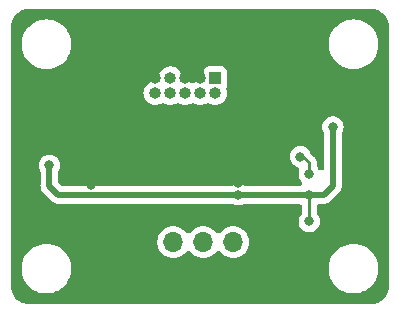
<source format=gbl>
G04 #@! TF.GenerationSoftware,KiCad,Pcbnew,6.0.11-2627ca5db0~126~ubuntu22.04.1*
G04 #@! TF.CreationDate,2023-06-19T15:46:02-07:00*
G04 #@! TF.ProjectId,VL53L1x_pwm,564c3533-4c31-4785-9f70-776d2e6b6963,rev?*
G04 #@! TF.SameCoordinates,Original*
G04 #@! TF.FileFunction,Copper,L2,Bot*
G04 #@! TF.FilePolarity,Positive*
%FSLAX46Y46*%
G04 Gerber Fmt 4.6, Leading zero omitted, Abs format (unit mm)*
G04 Created by KiCad (PCBNEW 6.0.11-2627ca5db0~126~ubuntu22.04.1) date 2023-06-19 15:46:02*
%MOMM*%
%LPD*%
G01*
G04 APERTURE LIST*
G04 #@! TA.AperFunction,ComponentPad*
%ADD10R,1.700000X1.700000*%
G04 #@! TD*
G04 #@! TA.AperFunction,ComponentPad*
%ADD11O,1.700000X1.700000*%
G04 #@! TD*
G04 #@! TA.AperFunction,ComponentPad*
%ADD12R,1.000000X1.000000*%
G04 #@! TD*
G04 #@! TA.AperFunction,ComponentPad*
%ADD13O,1.000000X1.000000*%
G04 #@! TD*
G04 #@! TA.AperFunction,ViaPad*
%ADD14C,0.800000*%
G04 #@! TD*
G04 #@! TA.AperFunction,Conductor*
%ADD15C,0.500000*%
G04 #@! TD*
G04 #@! TA.AperFunction,Conductor*
%ADD16C,0.250000*%
G04 #@! TD*
G04 APERTURE END LIST*
D10*
G04 #@! TO.P,J2,1,Pin_1*
G04 #@! TO.N,GND*
X129200000Y-106250000D03*
D11*
G04 #@! TO.P,J2,2,Pin_2*
G04 #@! TO.N,VCC*
X131740000Y-106250000D03*
G04 #@! TO.P,J2,3,Pin_3*
G04 #@! TO.N,PWMOUT*
X134280000Y-106250000D03*
G04 #@! TO.P,J2,4,Pin_4*
G04 #@! TO.N,INTOUT*
X136820000Y-106250000D03*
G04 #@! TD*
D12*
G04 #@! TO.P,J1,1,Pin_1*
G04 #@! TO.N,+3V3*
X135300000Y-92375000D03*
D13*
G04 #@! TO.P,J1,2,Pin_2*
G04 #@! TO.N,SWDIO*
X135300000Y-93645000D03*
G04 #@! TO.P,J1,3,Pin_3*
G04 #@! TO.N,GND*
X134030000Y-92375000D03*
G04 #@! TO.P,J1,4,Pin_4*
G04 #@! TO.N,SWCLK*
X134030000Y-93645000D03*
G04 #@! TO.P,J1,5,Pin_5*
G04 #@! TO.N,GND*
X132760000Y-92375000D03*
G04 #@! TO.P,J1,6,Pin_6*
G04 #@! TO.N,unconnected-(J1-Pad6)*
X132760000Y-93645000D03*
G04 #@! TO.P,J1,7,Pin_7*
G04 #@! TO.N,unconnected-(J1-Pad7)*
X131490000Y-92375000D03*
G04 #@! TO.P,J1,8,Pin_8*
G04 #@! TO.N,unconnected-(J1-Pad8)*
X131490000Y-93645000D03*
G04 #@! TO.P,J1,9,Pin_9*
G04 #@! TO.N,GND*
X130220000Y-92375000D03*
G04 #@! TO.P,J1,10,Pin_10*
G04 #@! TO.N,RST*
X130220000Y-93645000D03*
G04 #@! TD*
D14*
G04 #@! TO.N,GND*
X137250000Y-101250000D03*
X119000000Y-97500000D03*
X140000000Y-100750000D03*
X124750000Y-101400500D03*
G04 #@! TO.N,+1V8*
X145250000Y-96500000D03*
X143250000Y-102250000D03*
X143250000Y-104500000D03*
X121250000Y-99750000D03*
X137250000Y-102250000D03*
G04 #@! TO.N,SDA*
X142508781Y-99010732D03*
X143250000Y-100500000D03*
G04 #@! TD*
D15*
G04 #@! TO.N,+1V8*
X143250000Y-102250000D02*
X144500000Y-102250000D01*
X144500000Y-102250000D02*
X145250000Y-101500000D01*
X142000000Y-102250000D02*
X143250000Y-102250000D01*
X122000000Y-102250000D02*
X137250000Y-102250000D01*
D16*
X143250000Y-104500000D02*
X143250000Y-102250000D01*
D15*
X121250000Y-101500000D02*
X122000000Y-102250000D01*
X121250000Y-99750000D02*
X121250000Y-101500000D01*
X137250000Y-102250000D02*
X142000000Y-102250000D01*
X145250000Y-101500000D02*
X145250000Y-96500000D01*
D16*
G04 #@! TO.N,SDA*
X143250000Y-99500000D02*
X142760732Y-99010732D01*
X142760732Y-99010732D02*
X142508781Y-99010732D01*
X143250000Y-100500000D02*
X143250000Y-99500000D01*
G04 #@! TD*
G04 #@! TA.AperFunction,Conductor*
G04 #@! TO.N,GND*
G36*
X148471795Y-86502826D02*
G01*
X148476302Y-86502881D01*
X148493823Y-86505609D01*
X148511409Y-86503310D01*
X148529147Y-86503526D01*
X148529137Y-86504320D01*
X148546358Y-86503816D01*
X148695639Y-86514493D01*
X148730802Y-86519549D01*
X148905058Y-86557455D01*
X148939147Y-86567465D01*
X149106228Y-86629783D01*
X149138537Y-86644537D01*
X149295069Y-86730010D01*
X149324945Y-86749210D01*
X149440663Y-86835836D01*
X149467704Y-86856079D01*
X149494553Y-86879343D01*
X149620657Y-87005447D01*
X149643921Y-87032296D01*
X149750787Y-87175051D01*
X149769990Y-87204931D01*
X149855460Y-87361457D01*
X149870217Y-87393772D01*
X149932535Y-87560852D01*
X149942545Y-87594941D01*
X149980451Y-87769196D01*
X149985507Y-87804360D01*
X149996477Y-87957735D01*
X149997041Y-87976804D01*
X149994391Y-87993823D01*
X149997398Y-88016818D01*
X149999500Y-88049104D01*
X149999500Y-109941739D01*
X149997174Y-109971795D01*
X149997119Y-109976302D01*
X149994391Y-109993823D01*
X149996690Y-110011409D01*
X149996474Y-110029147D01*
X149995680Y-110029137D01*
X149996184Y-110046358D01*
X149985507Y-110195639D01*
X149980451Y-110230802D01*
X149942545Y-110405058D01*
X149932535Y-110439148D01*
X149870217Y-110606228D01*
X149855463Y-110638537D01*
X149769990Y-110795069D01*
X149750787Y-110824949D01*
X149643921Y-110967704D01*
X149620657Y-110994553D01*
X149494553Y-111120657D01*
X149467704Y-111143921D01*
X149324945Y-111250790D01*
X149295069Y-111269990D01*
X149138537Y-111355463D01*
X149106228Y-111370217D01*
X148964600Y-111423042D01*
X148939148Y-111432535D01*
X148905061Y-111442545D01*
X148847502Y-111455065D01*
X148730804Y-111480451D01*
X148695640Y-111485507D01*
X148542265Y-111496477D01*
X148523196Y-111497041D01*
X148506177Y-111494391D01*
X148483182Y-111497398D01*
X148450896Y-111499500D01*
X119558261Y-111499500D01*
X119528205Y-111497174D01*
X119523698Y-111497119D01*
X119506177Y-111494391D01*
X119488591Y-111496690D01*
X119470853Y-111496474D01*
X119470863Y-111495680D01*
X119453642Y-111496184D01*
X119304361Y-111485507D01*
X119269198Y-111480451D01*
X119094942Y-111442545D01*
X119060852Y-111432535D01*
X119035401Y-111423042D01*
X118893772Y-111370217D01*
X118861463Y-111355463D01*
X118704931Y-111269990D01*
X118675055Y-111250790D01*
X118532296Y-111143921D01*
X118505447Y-111120657D01*
X118379343Y-110994553D01*
X118356079Y-110967704D01*
X118249213Y-110824949D01*
X118230010Y-110795069D01*
X118144537Y-110638537D01*
X118129783Y-110606228D01*
X118067465Y-110439148D01*
X118057455Y-110405058D01*
X118019549Y-110230802D01*
X118014493Y-110195639D01*
X118004309Y-110053255D01*
X118004632Y-110017490D01*
X118005496Y-110012354D01*
X118005647Y-110000000D01*
X118003015Y-109981620D01*
X118000500Y-109946323D01*
X118000500Y-108632200D01*
X118898747Y-108632200D01*
X118936129Y-108916149D01*
X119011702Y-109192398D01*
X119124068Y-109455835D01*
X119128422Y-109463110D01*
X119128423Y-109463112D01*
X119140116Y-109482650D01*
X119271146Y-109701585D01*
X119450215Y-109925100D01*
X119657962Y-110122245D01*
X119890543Y-110289371D01*
X120143653Y-110423386D01*
X120412610Y-110521810D01*
X120420883Y-110523614D01*
X120420887Y-110523615D01*
X120684147Y-110581015D01*
X120684151Y-110581016D01*
X120692436Y-110582822D01*
X120700887Y-110583487D01*
X120700893Y-110583488D01*
X120800698Y-110591343D01*
X120917053Y-110600500D01*
X121071992Y-110600500D01*
X121196517Y-110592011D01*
X121277278Y-110586505D01*
X121277283Y-110586504D01*
X121285737Y-110585928D01*
X121294031Y-110584210D01*
X121294034Y-110584210D01*
X121557890Y-110529568D01*
X121566186Y-110527850D01*
X121836158Y-110432248D01*
X121843679Y-110428366D01*
X121843684Y-110428364D01*
X121955411Y-110370697D01*
X122090658Y-110300891D01*
X122324976Y-110136209D01*
X122471555Y-110000000D01*
X122483993Y-109988442D01*
X122534776Y-109941251D01*
X122578855Y-109887397D01*
X122710806Y-109726186D01*
X122710811Y-109726179D01*
X122716177Y-109719623D01*
X122865820Y-109475427D01*
X122980938Y-109213182D01*
X122986859Y-109192398D01*
X123057080Y-108945882D01*
X123059400Y-108937739D01*
X123099754Y-108654196D01*
X123099869Y-108632200D01*
X144898747Y-108632200D01*
X144936129Y-108916149D01*
X145011702Y-109192398D01*
X145124068Y-109455835D01*
X145128422Y-109463110D01*
X145128423Y-109463112D01*
X145140116Y-109482650D01*
X145271146Y-109701585D01*
X145450215Y-109925100D01*
X145657962Y-110122245D01*
X145890543Y-110289371D01*
X146143653Y-110423386D01*
X146412610Y-110521810D01*
X146420883Y-110523614D01*
X146420887Y-110523615D01*
X146684147Y-110581015D01*
X146684151Y-110581016D01*
X146692436Y-110582822D01*
X146700887Y-110583487D01*
X146700893Y-110583488D01*
X146800698Y-110591343D01*
X146917053Y-110600500D01*
X147071992Y-110600500D01*
X147196517Y-110592011D01*
X147277278Y-110586505D01*
X147277283Y-110586504D01*
X147285737Y-110585928D01*
X147294031Y-110584210D01*
X147294034Y-110584210D01*
X147557890Y-110529568D01*
X147566186Y-110527850D01*
X147836158Y-110432248D01*
X147843679Y-110428366D01*
X147843684Y-110428364D01*
X147955411Y-110370697D01*
X148090658Y-110300891D01*
X148324976Y-110136209D01*
X148471555Y-110000000D01*
X148483993Y-109988442D01*
X148534776Y-109941251D01*
X148578855Y-109887397D01*
X148710806Y-109726186D01*
X148710811Y-109726179D01*
X148716177Y-109719623D01*
X148865820Y-109475427D01*
X148980938Y-109213182D01*
X148986859Y-109192398D01*
X149057080Y-108945882D01*
X149059400Y-108937739D01*
X149099754Y-108654196D01*
X149101253Y-108367800D01*
X149063871Y-108083851D01*
X148988298Y-107807602D01*
X148875932Y-107544165D01*
X148864207Y-107524573D01*
X148733211Y-107305695D01*
X148728854Y-107298415D01*
X148549785Y-107074900D01*
X148342038Y-106877755D01*
X148109457Y-106710629D01*
X147856347Y-106576614D01*
X147587390Y-106478190D01*
X147579117Y-106476386D01*
X147579113Y-106476385D01*
X147315853Y-106418985D01*
X147315849Y-106418984D01*
X147307564Y-106417178D01*
X147299113Y-106416513D01*
X147299107Y-106416512D01*
X147199302Y-106408657D01*
X147082947Y-106399500D01*
X146928008Y-106399500D01*
X146803483Y-106407989D01*
X146722722Y-106413495D01*
X146722717Y-106413496D01*
X146714263Y-106414072D01*
X146705969Y-106415790D01*
X146705966Y-106415790D01*
X146457041Y-106467340D01*
X146433814Y-106472150D01*
X146163842Y-106567752D01*
X146156321Y-106571634D01*
X146156316Y-106571636D01*
X146044589Y-106629303D01*
X145909342Y-106699109D01*
X145675024Y-106863791D01*
X145668813Y-106869562D01*
X145668810Y-106869565D01*
X145550315Y-106979678D01*
X145465224Y-107058749D01*
X145459850Y-107065315D01*
X145289194Y-107273814D01*
X145289189Y-107273821D01*
X145283823Y-107280377D01*
X145134180Y-107524573D01*
X145019062Y-107786818D01*
X145016742Y-107794961D01*
X145016741Y-107794965D01*
X145010813Y-107815777D01*
X144940600Y-108062261D01*
X144900246Y-108345804D01*
X144898747Y-108632200D01*
X123099869Y-108632200D01*
X123101253Y-108367800D01*
X123063871Y-108083851D01*
X122988298Y-107807602D01*
X122875932Y-107544165D01*
X122864207Y-107524573D01*
X122733211Y-107305695D01*
X122728854Y-107298415D01*
X122549785Y-107074900D01*
X122342038Y-106877755D01*
X122109457Y-106710629D01*
X121856347Y-106576614D01*
X121587390Y-106478190D01*
X121579117Y-106476386D01*
X121579113Y-106476385D01*
X121315853Y-106418985D01*
X121315849Y-106418984D01*
X121307564Y-106417178D01*
X121299113Y-106416513D01*
X121299107Y-106416512D01*
X121199302Y-106408657D01*
X121082947Y-106399500D01*
X120928008Y-106399500D01*
X120803483Y-106407989D01*
X120722722Y-106413495D01*
X120722717Y-106413496D01*
X120714263Y-106414072D01*
X120705969Y-106415790D01*
X120705966Y-106415790D01*
X120457041Y-106467340D01*
X120433814Y-106472150D01*
X120163842Y-106567752D01*
X120156321Y-106571634D01*
X120156316Y-106571636D01*
X120044589Y-106629303D01*
X119909342Y-106699109D01*
X119675024Y-106863791D01*
X119668813Y-106869562D01*
X119668810Y-106869565D01*
X119550315Y-106979678D01*
X119465224Y-107058749D01*
X119459850Y-107065315D01*
X119289194Y-107273814D01*
X119289189Y-107273821D01*
X119283823Y-107280377D01*
X119134180Y-107524573D01*
X119019062Y-107786818D01*
X119016742Y-107794961D01*
X119016741Y-107794965D01*
X119010813Y-107815777D01*
X118940600Y-108062261D01*
X118900246Y-108345804D01*
X118898747Y-108632200D01*
X118000500Y-108632200D01*
X118000500Y-106250000D01*
X130384341Y-106250000D01*
X130385289Y-106260835D01*
X130398968Y-106417178D01*
X130404937Y-106485408D01*
X130466097Y-106713663D01*
X130470691Y-106723516D01*
X130470693Y-106723520D01*
X130542615Y-106877755D01*
X130565965Y-106927829D01*
X130701505Y-107121401D01*
X130868599Y-107288495D01*
X130877497Y-107294725D01*
X130877500Y-107294728D01*
X130882766Y-107298415D01*
X131062170Y-107424035D01*
X131072015Y-107428626D01*
X131072017Y-107428627D01*
X131148945Y-107464499D01*
X131276337Y-107523903D01*
X131286835Y-107526716D01*
X131286838Y-107526717D01*
X131381078Y-107551968D01*
X131504592Y-107585063D01*
X131515425Y-107586011D01*
X131515426Y-107586011D01*
X131729165Y-107604711D01*
X131740000Y-107605659D01*
X131750835Y-107604711D01*
X131964574Y-107586011D01*
X131964575Y-107586011D01*
X131975408Y-107585063D01*
X132098922Y-107551968D01*
X132193162Y-107526717D01*
X132193165Y-107526716D01*
X132203663Y-107523903D01*
X132331055Y-107464499D01*
X132407983Y-107428627D01*
X132407985Y-107428626D01*
X132417830Y-107424035D01*
X132597234Y-107298415D01*
X132602500Y-107294728D01*
X132602503Y-107294725D01*
X132611401Y-107288495D01*
X132778495Y-107121401D01*
X132806032Y-107082074D01*
X132876211Y-107014891D01*
X132966760Y-106979678D01*
X133063892Y-106981797D01*
X133152819Y-107020925D01*
X133213968Y-107082074D01*
X133241505Y-107121401D01*
X133408599Y-107288495D01*
X133417497Y-107294725D01*
X133417500Y-107294728D01*
X133422766Y-107298415D01*
X133602170Y-107424035D01*
X133612015Y-107428626D01*
X133612017Y-107428627D01*
X133688945Y-107464499D01*
X133816337Y-107523903D01*
X133826835Y-107526716D01*
X133826838Y-107526717D01*
X133921078Y-107551968D01*
X134044592Y-107585063D01*
X134055425Y-107586011D01*
X134055426Y-107586011D01*
X134269165Y-107604711D01*
X134280000Y-107605659D01*
X134290835Y-107604711D01*
X134504574Y-107586011D01*
X134504575Y-107586011D01*
X134515408Y-107585063D01*
X134638922Y-107551968D01*
X134733162Y-107526717D01*
X134733165Y-107526716D01*
X134743663Y-107523903D01*
X134871055Y-107464499D01*
X134947983Y-107428627D01*
X134947985Y-107428626D01*
X134957830Y-107424035D01*
X135137234Y-107298415D01*
X135142500Y-107294728D01*
X135142503Y-107294725D01*
X135151401Y-107288495D01*
X135318495Y-107121401D01*
X135346032Y-107082074D01*
X135416211Y-107014891D01*
X135506760Y-106979678D01*
X135603892Y-106981797D01*
X135692819Y-107020925D01*
X135753968Y-107082074D01*
X135781505Y-107121401D01*
X135948599Y-107288495D01*
X135957497Y-107294725D01*
X135957500Y-107294728D01*
X135962766Y-107298415D01*
X136142170Y-107424035D01*
X136152015Y-107428626D01*
X136152017Y-107428627D01*
X136228945Y-107464499D01*
X136356337Y-107523903D01*
X136366835Y-107526716D01*
X136366838Y-107526717D01*
X136461078Y-107551968D01*
X136584592Y-107585063D01*
X136595425Y-107586011D01*
X136595426Y-107586011D01*
X136809165Y-107604711D01*
X136820000Y-107605659D01*
X136830835Y-107604711D01*
X137044574Y-107586011D01*
X137044575Y-107586011D01*
X137055408Y-107585063D01*
X137178922Y-107551968D01*
X137273162Y-107526717D01*
X137273165Y-107526716D01*
X137283663Y-107523903D01*
X137411055Y-107464499D01*
X137487983Y-107428627D01*
X137487985Y-107428626D01*
X137497830Y-107424035D01*
X137677234Y-107298415D01*
X137682500Y-107294728D01*
X137682503Y-107294725D01*
X137691401Y-107288495D01*
X137858495Y-107121401D01*
X137994035Y-106927829D01*
X138017385Y-106877755D01*
X138089307Y-106723520D01*
X138089309Y-106723516D01*
X138093903Y-106713663D01*
X138155063Y-106485408D01*
X138161033Y-106417178D01*
X138174711Y-106260835D01*
X138175659Y-106250000D01*
X138155063Y-106014592D01*
X138093903Y-105786337D01*
X137994035Y-105572171D01*
X137858495Y-105378599D01*
X137691401Y-105211505D01*
X137682503Y-105205275D01*
X137682500Y-105205272D01*
X137506729Y-105082196D01*
X137506728Y-105082195D01*
X137497830Y-105075965D01*
X137487985Y-105071374D01*
X137487983Y-105071373D01*
X137379762Y-105020909D01*
X137283663Y-104976097D01*
X137273165Y-104973284D01*
X137273162Y-104973283D01*
X137169536Y-104945517D01*
X137055408Y-104914937D01*
X137044575Y-104913989D01*
X137044574Y-104913989D01*
X136830835Y-104895289D01*
X136820000Y-104894341D01*
X136809165Y-104895289D01*
X136595426Y-104913989D01*
X136595425Y-104913989D01*
X136584592Y-104914937D01*
X136356337Y-104976097D01*
X136346484Y-104980691D01*
X136346480Y-104980693D01*
X136152027Y-105071369D01*
X136142171Y-105075965D01*
X135948599Y-105211505D01*
X135781505Y-105378599D01*
X135753968Y-105417926D01*
X135683789Y-105485109D01*
X135593240Y-105520322D01*
X135496108Y-105518203D01*
X135407181Y-105479075D01*
X135346032Y-105417926D01*
X135318495Y-105378599D01*
X135151401Y-105211505D01*
X135142503Y-105205275D01*
X135142500Y-105205272D01*
X134966729Y-105082196D01*
X134966728Y-105082195D01*
X134957830Y-105075965D01*
X134947985Y-105071374D01*
X134947983Y-105071373D01*
X134839762Y-105020909D01*
X134743663Y-104976097D01*
X134733165Y-104973284D01*
X134733162Y-104973283D01*
X134629536Y-104945517D01*
X134515408Y-104914937D01*
X134504575Y-104913989D01*
X134504574Y-104913989D01*
X134290835Y-104895289D01*
X134280000Y-104894341D01*
X134269165Y-104895289D01*
X134055426Y-104913989D01*
X134055425Y-104913989D01*
X134044592Y-104914937D01*
X133816337Y-104976097D01*
X133806484Y-104980691D01*
X133806480Y-104980693D01*
X133612027Y-105071369D01*
X133602171Y-105075965D01*
X133408599Y-105211505D01*
X133241505Y-105378599D01*
X133213968Y-105417926D01*
X133143789Y-105485109D01*
X133053240Y-105520322D01*
X132956108Y-105518203D01*
X132867181Y-105479075D01*
X132806032Y-105417926D01*
X132778495Y-105378599D01*
X132611401Y-105211505D01*
X132602503Y-105205275D01*
X132602500Y-105205272D01*
X132426729Y-105082196D01*
X132426728Y-105082195D01*
X132417830Y-105075965D01*
X132407985Y-105071374D01*
X132407983Y-105071373D01*
X132299762Y-105020909D01*
X132203663Y-104976097D01*
X132193165Y-104973284D01*
X132193162Y-104973283D01*
X132089536Y-104945517D01*
X131975408Y-104914937D01*
X131964575Y-104913989D01*
X131964574Y-104913989D01*
X131750835Y-104895289D01*
X131740000Y-104894341D01*
X131729165Y-104895289D01*
X131515426Y-104913989D01*
X131515425Y-104913989D01*
X131504592Y-104914937D01*
X131276337Y-104976097D01*
X131266484Y-104980691D01*
X131266480Y-104980693D01*
X131072027Y-105071369D01*
X131062171Y-105075965D01*
X130868599Y-105211505D01*
X130701505Y-105378599D01*
X130565965Y-105572171D01*
X130466097Y-105786337D01*
X130404937Y-106014592D01*
X130384341Y-106250000D01*
X118000500Y-106250000D01*
X118000500Y-99750000D01*
X120344540Y-99750000D01*
X120364326Y-99938256D01*
X120368357Y-99950664D01*
X120368358Y-99950666D01*
X120373920Y-99967784D01*
X120422821Y-100118284D01*
X120466142Y-100193319D01*
X120497370Y-100285314D01*
X120499500Y-100317815D01*
X120499500Y-101424244D01*
X120497182Y-101454894D01*
X120497027Y-101459332D01*
X120494852Y-101473630D01*
X120496783Y-101497370D01*
X120498680Y-101520695D01*
X120499033Y-101529386D01*
X120499081Y-101529383D01*
X120499500Y-101536596D01*
X120499500Y-101543822D01*
X120500336Y-101550996D01*
X120500337Y-101551006D01*
X120502508Y-101569629D01*
X120503363Y-101578275D01*
X120509039Y-101648059D01*
X120513122Y-101660663D01*
X120514657Y-101673828D01*
X120519591Y-101687422D01*
X120519593Y-101687429D01*
X120538565Y-101739697D01*
X120541387Y-101747914D01*
X120544174Y-101756516D01*
X120562973Y-101814546D01*
X120569848Y-101825875D01*
X120574369Y-101838331D01*
X120612796Y-101896942D01*
X120617413Y-101904261D01*
X120653761Y-101964160D01*
X120661085Y-101972452D01*
X120663797Y-101975164D01*
X120664735Y-101976162D01*
X120670323Y-101984685D01*
X120704035Y-102016621D01*
X120724700Y-102036197D01*
X120729527Y-102040894D01*
X121415750Y-102727117D01*
X121435777Y-102750421D01*
X121438806Y-102753670D01*
X121447383Y-102765324D01*
X121458407Y-102774689D01*
X121458411Y-102774694D01*
X121483379Y-102795906D01*
X121489759Y-102801788D01*
X121489791Y-102801752D01*
X121495197Y-102806564D01*
X121500303Y-102811670D01*
X121520665Y-102827780D01*
X121527352Y-102833263D01*
X121580755Y-102878632D01*
X121592555Y-102884657D01*
X121602949Y-102892881D01*
X121616058Y-102899008D01*
X121616065Y-102899012D01*
X121666425Y-102922549D01*
X121674232Y-102926365D01*
X121723725Y-102951637D01*
X121723728Y-102951638D01*
X121736616Y-102958219D01*
X121749490Y-102961369D01*
X121761493Y-102966979D01*
X121775656Y-102969925D01*
X121830058Y-102981241D01*
X121838530Y-102983158D01*
X121893618Y-102996637D01*
X121906606Y-102999815D01*
X121917648Y-103000500D01*
X121921492Y-103000500D01*
X121922855Y-103000542D01*
X121932830Y-103002617D01*
X121947287Y-103002226D01*
X121947289Y-103002226D01*
X122007714Y-103000591D01*
X122014448Y-103000500D01*
X136674994Y-103000500D01*
X136770282Y-103019454D01*
X136791324Y-103029831D01*
X136797270Y-103034151D01*
X136809188Y-103039457D01*
X136809191Y-103039459D01*
X136866493Y-103064972D01*
X136970197Y-103111144D01*
X137155354Y-103150500D01*
X137344646Y-103150500D01*
X137529803Y-103111144D01*
X137633507Y-103064972D01*
X137690809Y-103039459D01*
X137690812Y-103039457D01*
X137702730Y-103034151D01*
X137705433Y-103032187D01*
X137792507Y-103002630D01*
X137825006Y-103000500D01*
X142375500Y-103000500D01*
X142470788Y-103019454D01*
X142551570Y-103073430D01*
X142605546Y-103154212D01*
X142624500Y-103249500D01*
X142624500Y-103753329D01*
X142605546Y-103848617D01*
X142560544Y-103919942D01*
X142517467Y-103967784D01*
X142422821Y-104131716D01*
X142364326Y-104311744D01*
X142344540Y-104500000D01*
X142364326Y-104688256D01*
X142422821Y-104868284D01*
X142517467Y-105032216D01*
X142526197Y-105041912D01*
X142526201Y-105041917D01*
X142635401Y-105163195D01*
X142644129Y-105172888D01*
X142654678Y-105180552D01*
X142654681Y-105180555D01*
X142786714Y-105276482D01*
X142797270Y-105284151D01*
X142809189Y-105289458D01*
X142809193Y-105289460D01*
X142876007Y-105319207D01*
X142970197Y-105361144D01*
X143155354Y-105400500D01*
X143344646Y-105400500D01*
X143529803Y-105361144D01*
X143623993Y-105319207D01*
X143690807Y-105289460D01*
X143690811Y-105289458D01*
X143702730Y-105284151D01*
X143713286Y-105276482D01*
X143845319Y-105180555D01*
X143845322Y-105180552D01*
X143855871Y-105172888D01*
X143864599Y-105163195D01*
X143973799Y-105041917D01*
X143973803Y-105041912D01*
X143982533Y-105032216D01*
X144077179Y-104868284D01*
X144135674Y-104688256D01*
X144155460Y-104500000D01*
X144135674Y-104311744D01*
X144077179Y-104131716D01*
X143982533Y-103967784D01*
X143939456Y-103919942D01*
X143889782Y-103836446D01*
X143875500Y-103753329D01*
X143875500Y-103249500D01*
X143894454Y-103154212D01*
X143948430Y-103073430D01*
X144029212Y-103019454D01*
X144124500Y-103000500D01*
X144424244Y-103000500D01*
X144454894Y-103002818D01*
X144459332Y-103002973D01*
X144473630Y-103005148D01*
X144520695Y-103001320D01*
X144529386Y-103000967D01*
X144529383Y-103000919D01*
X144536596Y-103000500D01*
X144543822Y-103000500D01*
X144550996Y-102999664D01*
X144551006Y-102999663D01*
X144569629Y-102997492D01*
X144578275Y-102996637D01*
X144633642Y-102992134D01*
X144633646Y-102992133D01*
X144648059Y-102990961D01*
X144660663Y-102986878D01*
X144673828Y-102985343D01*
X144687422Y-102980409D01*
X144687429Y-102980407D01*
X144739697Y-102961435D01*
X144747914Y-102958613D01*
X144769447Y-102951637D01*
X144814546Y-102937027D01*
X144825875Y-102930152D01*
X144838331Y-102925631D01*
X144896942Y-102887204D01*
X144904261Y-102882587D01*
X144954675Y-102851995D01*
X144954677Y-102851993D01*
X144964160Y-102846239D01*
X144972452Y-102838915D01*
X144975164Y-102836203D01*
X144976162Y-102835265D01*
X144984685Y-102829677D01*
X145036197Y-102775300D01*
X145040894Y-102770473D01*
X145727117Y-102084250D01*
X145750421Y-102064223D01*
X145753670Y-102061194D01*
X145765324Y-102052617D01*
X145774689Y-102041593D01*
X145774694Y-102041589D01*
X145795906Y-102016621D01*
X145801788Y-102010241D01*
X145801752Y-102010209D01*
X145806564Y-102004803D01*
X145811670Y-101999697D01*
X145827780Y-101979335D01*
X145833270Y-101972639D01*
X145834095Y-101971668D01*
X145878632Y-101919245D01*
X145884657Y-101907445D01*
X145892881Y-101897051D01*
X145899008Y-101883942D01*
X145899012Y-101883935D01*
X145922549Y-101833575D01*
X145926365Y-101825768D01*
X145951637Y-101776275D01*
X145951638Y-101776272D01*
X145958219Y-101763384D01*
X145961369Y-101750510D01*
X145966979Y-101738507D01*
X145969925Y-101724344D01*
X145981241Y-101669942D01*
X145983158Y-101661470D01*
X145997178Y-101604171D01*
X145999815Y-101593394D01*
X146000500Y-101582352D01*
X146000500Y-101578508D01*
X146000542Y-101577145D01*
X146002617Y-101567170D01*
X146001633Y-101530777D01*
X146000591Y-101492286D01*
X146000500Y-101485552D01*
X146000500Y-97067815D01*
X146019454Y-96972527D01*
X146033854Y-96943325D01*
X146077179Y-96868284D01*
X146135674Y-96688256D01*
X146155460Y-96500000D01*
X146135674Y-96311744D01*
X146077179Y-96131716D01*
X145982533Y-95967784D01*
X145973803Y-95958088D01*
X145973799Y-95958083D01*
X145864599Y-95836805D01*
X145864597Y-95836803D01*
X145855871Y-95827112D01*
X145845322Y-95819448D01*
X145845319Y-95819445D01*
X145713286Y-95723518D01*
X145713284Y-95723517D01*
X145702730Y-95715849D01*
X145690811Y-95710542D01*
X145690807Y-95710540D01*
X145623993Y-95680793D01*
X145529803Y-95638856D01*
X145344646Y-95599500D01*
X145155354Y-95599500D01*
X144970197Y-95638856D01*
X144876007Y-95680793D01*
X144809193Y-95710540D01*
X144809189Y-95710542D01*
X144797270Y-95715849D01*
X144786716Y-95723517D01*
X144786714Y-95723518D01*
X144654681Y-95819445D01*
X144654678Y-95819448D01*
X144644129Y-95827112D01*
X144635403Y-95836803D01*
X144635401Y-95836805D01*
X144526201Y-95958083D01*
X144526197Y-95958088D01*
X144517467Y-95967784D01*
X144422821Y-96131716D01*
X144364326Y-96311744D01*
X144344540Y-96500000D01*
X144364326Y-96688256D01*
X144422821Y-96868284D01*
X144466142Y-96943319D01*
X144497370Y-97035314D01*
X144499500Y-97067815D01*
X144499500Y-99933917D01*
X144480546Y-100029205D01*
X144426570Y-100109987D01*
X144345788Y-100163963D01*
X144250500Y-100182917D01*
X144155212Y-100163963D01*
X144074430Y-100109987D01*
X144034860Y-100058417D01*
X143989061Y-99979091D01*
X143982533Y-99967784D01*
X143952039Y-99933917D01*
X143939456Y-99919942D01*
X143889782Y-99836446D01*
X143875500Y-99753329D01*
X143875500Y-99573187D01*
X143875747Y-99567943D01*
X143877672Y-99559332D01*
X143875623Y-99494118D01*
X143875500Y-99486298D01*
X143875500Y-99460650D01*
X143874520Y-99452896D01*
X143874381Y-99450679D01*
X143874013Y-99442871D01*
X143873201Y-99417034D01*
X143872709Y-99401372D01*
X143868337Y-99386325D01*
X143866910Y-99377313D01*
X143864895Y-99367580D01*
X143862627Y-99358748D01*
X143860664Y-99343208D01*
X143846750Y-99308066D01*
X143839158Y-99285893D01*
X143828617Y-99249610D01*
X143820643Y-99236126D01*
X143817026Y-99227767D01*
X143812633Y-99218799D01*
X143808252Y-99210830D01*
X143802486Y-99196268D01*
X143793279Y-99183596D01*
X143793276Y-99183590D01*
X143780281Y-99165704D01*
X143767402Y-99146098D01*
X143756147Y-99127067D01*
X143756146Y-99127065D01*
X143748170Y-99113579D01*
X143737093Y-99102502D01*
X143731509Y-99095303D01*
X143725040Y-99087729D01*
X143718800Y-99081084D01*
X143709594Y-99068413D01*
X143697528Y-99058431D01*
X143697525Y-99058428D01*
X143680497Y-99044342D01*
X143663145Y-99028554D01*
X143406589Y-98771998D01*
X143352613Y-98691216D01*
X143345847Y-98672875D01*
X143339996Y-98654868D01*
X143339993Y-98654861D01*
X143335960Y-98642448D01*
X143241314Y-98478516D01*
X143232584Y-98468820D01*
X143232580Y-98468815D01*
X143123380Y-98347537D01*
X143123378Y-98347535D01*
X143114652Y-98337844D01*
X143104103Y-98330180D01*
X143104100Y-98330177D01*
X142972067Y-98234250D01*
X142972065Y-98234249D01*
X142961511Y-98226581D01*
X142949592Y-98221274D01*
X142949588Y-98221272D01*
X142882774Y-98191525D01*
X142788584Y-98149588D01*
X142603427Y-98110232D01*
X142414135Y-98110232D01*
X142228978Y-98149588D01*
X142134788Y-98191525D01*
X142067974Y-98221272D01*
X142067970Y-98221274D01*
X142056051Y-98226581D01*
X142045497Y-98234249D01*
X142045495Y-98234250D01*
X141913462Y-98330177D01*
X141913459Y-98330180D01*
X141902910Y-98337844D01*
X141894184Y-98347535D01*
X141894182Y-98347537D01*
X141784982Y-98468815D01*
X141784978Y-98468820D01*
X141776248Y-98478516D01*
X141681602Y-98642448D01*
X141623107Y-98822476D01*
X141603321Y-99010732D01*
X141623107Y-99198988D01*
X141627138Y-99211396D01*
X141627139Y-99211398D01*
X141632458Y-99227767D01*
X141681602Y-99379016D01*
X141776248Y-99542948D01*
X141784978Y-99552644D01*
X141784982Y-99552649D01*
X141894182Y-99673927D01*
X141902910Y-99683620D01*
X141913459Y-99691284D01*
X141913462Y-99691287D01*
X142012137Y-99762978D01*
X142056051Y-99794883D01*
X142067970Y-99800190D01*
X142067974Y-99800192D01*
X142142514Y-99833379D01*
X142228978Y-99871876D01*
X142241742Y-99874589D01*
X142244287Y-99875416D01*
X142329054Y-99922889D01*
X142389201Y-99999187D01*
X142415572Y-100092695D01*
X142404152Y-100189174D01*
X142372914Y-100285314D01*
X142364326Y-100311744D01*
X142344540Y-100500000D01*
X142364326Y-100688256D01*
X142422821Y-100868284D01*
X142517467Y-101032216D01*
X142526197Y-101041912D01*
X142526201Y-101041917D01*
X142563991Y-101083886D01*
X142613666Y-101167382D01*
X142627607Y-101263531D01*
X142603692Y-101357697D01*
X142545562Y-101435543D01*
X142462066Y-101485218D01*
X142378948Y-101499500D01*
X137825006Y-101499500D01*
X137729718Y-101480546D01*
X137708676Y-101470169D01*
X137702730Y-101465849D01*
X137690812Y-101460543D01*
X137690809Y-101460541D01*
X137614509Y-101426570D01*
X137529803Y-101388856D01*
X137344646Y-101349500D01*
X137155354Y-101349500D01*
X136970197Y-101388856D01*
X136885491Y-101426570D01*
X136809191Y-101460541D01*
X136809188Y-101460543D01*
X136797270Y-101465849D01*
X136794567Y-101467813D01*
X136707493Y-101497370D01*
X136674994Y-101499500D01*
X122414007Y-101499500D01*
X122318719Y-101480546D01*
X122237937Y-101426570D01*
X122073430Y-101262063D01*
X122019454Y-101181281D01*
X122000500Y-101085993D01*
X122000500Y-100317815D01*
X122019454Y-100222527D01*
X122033854Y-100193325D01*
X122077179Y-100118284D01*
X122126080Y-99967784D01*
X122131642Y-99950666D01*
X122131643Y-99950664D01*
X122135674Y-99938256D01*
X122155460Y-99750000D01*
X122135674Y-99561744D01*
X122077179Y-99381716D01*
X121982533Y-99217784D01*
X121973803Y-99208088D01*
X121973799Y-99208083D01*
X121864599Y-99086805D01*
X121864597Y-99086803D01*
X121855871Y-99077112D01*
X121845322Y-99069448D01*
X121845319Y-99069445D01*
X121713286Y-98973518D01*
X121713284Y-98973517D01*
X121702730Y-98965849D01*
X121690811Y-98960542D01*
X121690807Y-98960540D01*
X121623993Y-98930793D01*
X121529803Y-98888856D01*
X121344646Y-98849500D01*
X121155354Y-98849500D01*
X120970197Y-98888856D01*
X120876007Y-98930793D01*
X120809193Y-98960540D01*
X120809189Y-98960542D01*
X120797270Y-98965849D01*
X120786716Y-98973517D01*
X120786714Y-98973518D01*
X120654681Y-99069445D01*
X120654678Y-99069448D01*
X120644129Y-99077112D01*
X120635403Y-99086803D01*
X120635401Y-99086805D01*
X120526201Y-99208083D01*
X120526197Y-99208088D01*
X120517467Y-99217784D01*
X120422821Y-99381716D01*
X120364326Y-99561744D01*
X120344540Y-99750000D01*
X118000500Y-99750000D01*
X118000500Y-93630963D01*
X129214757Y-93630963D01*
X129231175Y-93826483D01*
X129234530Y-93838184D01*
X129234531Y-93838188D01*
X129246317Y-93879288D01*
X129285258Y-94015091D01*
X129290824Y-94025921D01*
X129290825Y-94025924D01*
X129310651Y-94064501D01*
X129374944Y-94189601D01*
X129496818Y-94343369D01*
X129506085Y-94351256D01*
X129506089Y-94351260D01*
X129585106Y-94418508D01*
X129646238Y-94470535D01*
X129817513Y-94566257D01*
X130004118Y-94626889D01*
X130198946Y-94650121D01*
X130211085Y-94649187D01*
X130211087Y-94649187D01*
X130265874Y-94644971D01*
X130394576Y-94635068D01*
X130514488Y-94601587D01*
X130571824Y-94585579D01*
X130571827Y-94585578D01*
X130583556Y-94582303D01*
X130706755Y-94520071D01*
X130745168Y-94500667D01*
X130838766Y-94474622D01*
X130935208Y-94486378D01*
X130978912Y-94505563D01*
X131076878Y-94560314D01*
X131076884Y-94560316D01*
X131087513Y-94566257D01*
X131274118Y-94626889D01*
X131468946Y-94650121D01*
X131481085Y-94649187D01*
X131481087Y-94649187D01*
X131535874Y-94644971D01*
X131664576Y-94635068D01*
X131784488Y-94601587D01*
X131841824Y-94585579D01*
X131841827Y-94585578D01*
X131853556Y-94582303D01*
X131976755Y-94520071D01*
X132015168Y-94500667D01*
X132108766Y-94474622D01*
X132205208Y-94486378D01*
X132248912Y-94505563D01*
X132346878Y-94560314D01*
X132346884Y-94560316D01*
X132357513Y-94566257D01*
X132544118Y-94626889D01*
X132738946Y-94650121D01*
X132751085Y-94649187D01*
X132751087Y-94649187D01*
X132805874Y-94644971D01*
X132934576Y-94635068D01*
X133054488Y-94601587D01*
X133111824Y-94585579D01*
X133111827Y-94585578D01*
X133123556Y-94582303D01*
X133246755Y-94520071D01*
X133285168Y-94500667D01*
X133378766Y-94474622D01*
X133475208Y-94486378D01*
X133518912Y-94505563D01*
X133616878Y-94560314D01*
X133616884Y-94560316D01*
X133627513Y-94566257D01*
X133814118Y-94626889D01*
X134008946Y-94650121D01*
X134021085Y-94649187D01*
X134021087Y-94649187D01*
X134075874Y-94644971D01*
X134204576Y-94635068D01*
X134324488Y-94601587D01*
X134381824Y-94585579D01*
X134381827Y-94585578D01*
X134393556Y-94582303D01*
X134516755Y-94520071D01*
X134555168Y-94500667D01*
X134648766Y-94474622D01*
X134745208Y-94486378D01*
X134788912Y-94505563D01*
X134886878Y-94560314D01*
X134886884Y-94560316D01*
X134897513Y-94566257D01*
X135084118Y-94626889D01*
X135278946Y-94650121D01*
X135291085Y-94649187D01*
X135291087Y-94649187D01*
X135345874Y-94644971D01*
X135474576Y-94635068D01*
X135594488Y-94601587D01*
X135651824Y-94585579D01*
X135651827Y-94585578D01*
X135663556Y-94582303D01*
X135838689Y-94493837D01*
X135863283Y-94474622D01*
X135983705Y-94380539D01*
X135983707Y-94380538D01*
X135993303Y-94373040D01*
X136121509Y-94224511D01*
X136218425Y-94053909D01*
X136280358Y-93867732D01*
X136304949Y-93673071D01*
X136305341Y-93645000D01*
X136286194Y-93449728D01*
X136235598Y-93282144D01*
X136226202Y-93185447D01*
X136246762Y-93119037D01*
X136243526Y-93117824D01*
X136288372Y-92998196D01*
X136288372Y-92998195D01*
X136293851Y-92983580D01*
X136300500Y-92922377D01*
X136300499Y-91827624D01*
X136293851Y-91766420D01*
X136243526Y-91632176D01*
X136157546Y-91517454D01*
X136042824Y-91431474D01*
X135996288Y-91414029D01*
X135923196Y-91386628D01*
X135923195Y-91386628D01*
X135908580Y-91381149D01*
X135847377Y-91374500D01*
X135300366Y-91374500D01*
X134752624Y-91374501D01*
X134691420Y-91381149D01*
X134557176Y-91431474D01*
X134442454Y-91517454D01*
X134356474Y-91632176D01*
X134306149Y-91766420D01*
X134299500Y-91827623D01*
X134299501Y-92191848D01*
X134299501Y-92391959D01*
X134280547Y-92487247D01*
X134226571Y-92568028D01*
X134145790Y-92622005D01*
X134048884Y-92640930D01*
X134037019Y-92639683D01*
X133841618Y-92657466D01*
X133829942Y-92660902D01*
X133829939Y-92660903D01*
X133665076Y-92709425D01*
X133665072Y-92709427D01*
X133653393Y-92712864D01*
X133642604Y-92718504D01*
X133642595Y-92718508D01*
X133509546Y-92788065D01*
X133416321Y-92815415D01*
X133319725Y-92805007D01*
X133275758Y-92786435D01*
X133149585Y-92718213D01*
X133121196Y-92709425D01*
X132973791Y-92663796D01*
X132973792Y-92663796D01*
X132962152Y-92660193D01*
X132804254Y-92643597D01*
X132779131Y-92640956D01*
X132779130Y-92640956D01*
X132767019Y-92639683D01*
X132754889Y-92640787D01*
X132742714Y-92640702D01*
X132742739Y-92637175D01*
X132670063Y-92629465D01*
X132584726Y-92583024D01*
X132523658Y-92507461D01*
X132496155Y-92414280D01*
X132495156Y-92388263D01*
X132495244Y-92381958D01*
X132495244Y-92381955D01*
X132495341Y-92375000D01*
X132476194Y-92179728D01*
X132419484Y-91991894D01*
X132335717Y-91834351D01*
X132333087Y-91829404D01*
X132333084Y-91829400D01*
X132327370Y-91818653D01*
X132203361Y-91666602D01*
X132052180Y-91541535D01*
X131879585Y-91448213D01*
X131851196Y-91439425D01*
X131703791Y-91393796D01*
X131703792Y-91393796D01*
X131692152Y-91390193D01*
X131534254Y-91373597D01*
X131509131Y-91370956D01*
X131509130Y-91370956D01*
X131497019Y-91369683D01*
X131301618Y-91387466D01*
X131289942Y-91390902D01*
X131289939Y-91390903D01*
X131125076Y-91439425D01*
X131125072Y-91439427D01*
X131113393Y-91442864D01*
X131048576Y-91476749D01*
X130956242Y-91525021D01*
X130939512Y-91533767D01*
X130930025Y-91541395D01*
X130930023Y-91541396D01*
X130796088Y-91649082D01*
X130796085Y-91649085D01*
X130786600Y-91656711D01*
X130778778Y-91666034D01*
X130778775Y-91666036D01*
X130708214Y-91750128D01*
X130660480Y-91807016D01*
X130565956Y-91978954D01*
X130558154Y-92003549D01*
X130510312Y-92154363D01*
X130510311Y-92154368D01*
X130506628Y-92165978D01*
X130484757Y-92360963D01*
X130485776Y-92373100D01*
X130485606Y-92385277D01*
X130484007Y-92385255D01*
X130474699Y-92467630D01*
X130427675Y-92552647D01*
X130351697Y-92613198D01*
X130258330Y-92640064D01*
X130238057Y-92640843D01*
X130227019Y-92639683D01*
X130031618Y-92657466D01*
X130019942Y-92660902D01*
X130019939Y-92660903D01*
X129855076Y-92709425D01*
X129855072Y-92709427D01*
X129843393Y-92712864D01*
X129669512Y-92803767D01*
X129660025Y-92811395D01*
X129660023Y-92811396D01*
X129526088Y-92919082D01*
X129526085Y-92919085D01*
X129516600Y-92926711D01*
X129508778Y-92936034D01*
X129508775Y-92936036D01*
X129456617Y-92998196D01*
X129390480Y-93077016D01*
X129295956Y-93248954D01*
X129271384Y-93326415D01*
X129240312Y-93424363D01*
X129240311Y-93424368D01*
X129236628Y-93435978D01*
X129214757Y-93630963D01*
X118000500Y-93630963D01*
X118000500Y-89632200D01*
X118898747Y-89632200D01*
X118936129Y-89916149D01*
X119011702Y-90192398D01*
X119124068Y-90455835D01*
X119128422Y-90463110D01*
X119128423Y-90463112D01*
X119140116Y-90482650D01*
X119271146Y-90701585D01*
X119450215Y-90925100D01*
X119657962Y-91122245D01*
X119890543Y-91289371D01*
X120143653Y-91423386D01*
X120412610Y-91521810D01*
X120420883Y-91523614D01*
X120420887Y-91523615D01*
X120684147Y-91581015D01*
X120684151Y-91581016D01*
X120692436Y-91582822D01*
X120700887Y-91583487D01*
X120700893Y-91583488D01*
X120800698Y-91591343D01*
X120917053Y-91600500D01*
X121071992Y-91600500D01*
X121196517Y-91592011D01*
X121277278Y-91586505D01*
X121277283Y-91586504D01*
X121285737Y-91585928D01*
X121294031Y-91584210D01*
X121294034Y-91584210D01*
X121557890Y-91529568D01*
X121566186Y-91527850D01*
X121836158Y-91432248D01*
X121843679Y-91428366D01*
X121843684Y-91428364D01*
X121957376Y-91369683D01*
X122090658Y-91300891D01*
X122324976Y-91136209D01*
X122534776Y-90941251D01*
X122578855Y-90887397D01*
X122710806Y-90726186D01*
X122710811Y-90726179D01*
X122716177Y-90719623D01*
X122865820Y-90475427D01*
X122980938Y-90213182D01*
X122986859Y-90192398D01*
X123057080Y-89945882D01*
X123059400Y-89937739D01*
X123099754Y-89654196D01*
X123099869Y-89632200D01*
X144898747Y-89632200D01*
X144936129Y-89916149D01*
X145011702Y-90192398D01*
X145124068Y-90455835D01*
X145128422Y-90463110D01*
X145128423Y-90463112D01*
X145140116Y-90482650D01*
X145271146Y-90701585D01*
X145450215Y-90925100D01*
X145657962Y-91122245D01*
X145890543Y-91289371D01*
X146143653Y-91423386D01*
X146412610Y-91521810D01*
X146420883Y-91523614D01*
X146420887Y-91523615D01*
X146684147Y-91581015D01*
X146684151Y-91581016D01*
X146692436Y-91582822D01*
X146700887Y-91583487D01*
X146700893Y-91583488D01*
X146800698Y-91591343D01*
X146917053Y-91600500D01*
X147071992Y-91600500D01*
X147196517Y-91592011D01*
X147277278Y-91586505D01*
X147277283Y-91586504D01*
X147285737Y-91585928D01*
X147294031Y-91584210D01*
X147294034Y-91584210D01*
X147557890Y-91529568D01*
X147566186Y-91527850D01*
X147836158Y-91432248D01*
X147843679Y-91428366D01*
X147843684Y-91428364D01*
X147957376Y-91369683D01*
X148090658Y-91300891D01*
X148324976Y-91136209D01*
X148534776Y-90941251D01*
X148578855Y-90887397D01*
X148710806Y-90726186D01*
X148710811Y-90726179D01*
X148716177Y-90719623D01*
X148865820Y-90475427D01*
X148980938Y-90213182D01*
X148986859Y-90192398D01*
X149057080Y-89945882D01*
X149059400Y-89937739D01*
X149099754Y-89654196D01*
X149101253Y-89367800D01*
X149063871Y-89083851D01*
X148988298Y-88807602D01*
X148875932Y-88544165D01*
X148864207Y-88524573D01*
X148733211Y-88305695D01*
X148728854Y-88298415D01*
X148549785Y-88074900D01*
X148342038Y-87877755D01*
X148109457Y-87710629D01*
X147856347Y-87576614D01*
X147587390Y-87478190D01*
X147579117Y-87476386D01*
X147579113Y-87476385D01*
X147315853Y-87418985D01*
X147315849Y-87418984D01*
X147307564Y-87417178D01*
X147299113Y-87416513D01*
X147299107Y-87416512D01*
X147199302Y-87408657D01*
X147082947Y-87399500D01*
X146928008Y-87399500D01*
X146803483Y-87407989D01*
X146722722Y-87413495D01*
X146722717Y-87413496D01*
X146714263Y-87414072D01*
X146705969Y-87415790D01*
X146705966Y-87415790D01*
X146457041Y-87467340D01*
X146433814Y-87472150D01*
X146163842Y-87567752D01*
X146156321Y-87571634D01*
X146156316Y-87571636D01*
X146111164Y-87594941D01*
X145909342Y-87699109D01*
X145675024Y-87863791D01*
X145668813Y-87869562D01*
X145668810Y-87869565D01*
X145521804Y-88006172D01*
X145465224Y-88058749D01*
X145459850Y-88065315D01*
X145289194Y-88273814D01*
X145289189Y-88273821D01*
X145283823Y-88280377D01*
X145134180Y-88524573D01*
X145019062Y-88786818D01*
X145016742Y-88794961D01*
X145016741Y-88794965D01*
X145010813Y-88815777D01*
X144940600Y-89062261D01*
X144900246Y-89345804D01*
X144898747Y-89632200D01*
X123099869Y-89632200D01*
X123101253Y-89367800D01*
X123063871Y-89083851D01*
X122988298Y-88807602D01*
X122875932Y-88544165D01*
X122864207Y-88524573D01*
X122733211Y-88305695D01*
X122728854Y-88298415D01*
X122549785Y-88074900D01*
X122342038Y-87877755D01*
X122109457Y-87710629D01*
X121856347Y-87576614D01*
X121587390Y-87478190D01*
X121579117Y-87476386D01*
X121579113Y-87476385D01*
X121315853Y-87418985D01*
X121315849Y-87418984D01*
X121307564Y-87417178D01*
X121299113Y-87416513D01*
X121299107Y-87416512D01*
X121199302Y-87408657D01*
X121082947Y-87399500D01*
X120928008Y-87399500D01*
X120803483Y-87407989D01*
X120722722Y-87413495D01*
X120722717Y-87413496D01*
X120714263Y-87414072D01*
X120705969Y-87415790D01*
X120705966Y-87415790D01*
X120457041Y-87467340D01*
X120433814Y-87472150D01*
X120163842Y-87567752D01*
X120156321Y-87571634D01*
X120156316Y-87571636D01*
X120111164Y-87594941D01*
X119909342Y-87699109D01*
X119675024Y-87863791D01*
X119668813Y-87869562D01*
X119668810Y-87869565D01*
X119521804Y-88006172D01*
X119465224Y-88058749D01*
X119459850Y-88065315D01*
X119289194Y-88273814D01*
X119289189Y-88273821D01*
X119283823Y-88280377D01*
X119134180Y-88524573D01*
X119019062Y-88786818D01*
X119016742Y-88794961D01*
X119016741Y-88794965D01*
X119010813Y-88815777D01*
X118940600Y-89062261D01*
X118900246Y-89345804D01*
X118898747Y-89632200D01*
X118000500Y-89632200D01*
X118000500Y-88062849D01*
X118003124Y-88031433D01*
X118003040Y-88031425D01*
X118003899Y-88021844D01*
X118005496Y-88012354D01*
X118005647Y-88000000D01*
X118004283Y-87990478D01*
X118003910Y-87984746D01*
X118004019Y-87950806D01*
X118014494Y-87804360D01*
X118019549Y-87769198D01*
X118057455Y-87594942D01*
X118067465Y-87560852D01*
X118129783Y-87393772D01*
X118144540Y-87361457D01*
X118230010Y-87204931D01*
X118249213Y-87175051D01*
X118356079Y-87032296D01*
X118379343Y-87005447D01*
X118505447Y-86879343D01*
X118532296Y-86856079D01*
X118559337Y-86835836D01*
X118675055Y-86749210D01*
X118704931Y-86730010D01*
X118861463Y-86644537D01*
X118893772Y-86629783D01*
X119060853Y-86567465D01*
X119094939Y-86557455D01*
X119152498Y-86544934D01*
X119269196Y-86519549D01*
X119304360Y-86514493D01*
X119457735Y-86503523D01*
X119476804Y-86502959D01*
X119493823Y-86505609D01*
X119516819Y-86502602D01*
X119549104Y-86500500D01*
X148441739Y-86500500D01*
X148471795Y-86502826D01*
G37*
G04 #@! TD.AperFunction*
G04 #@! TD*
M02*

</source>
